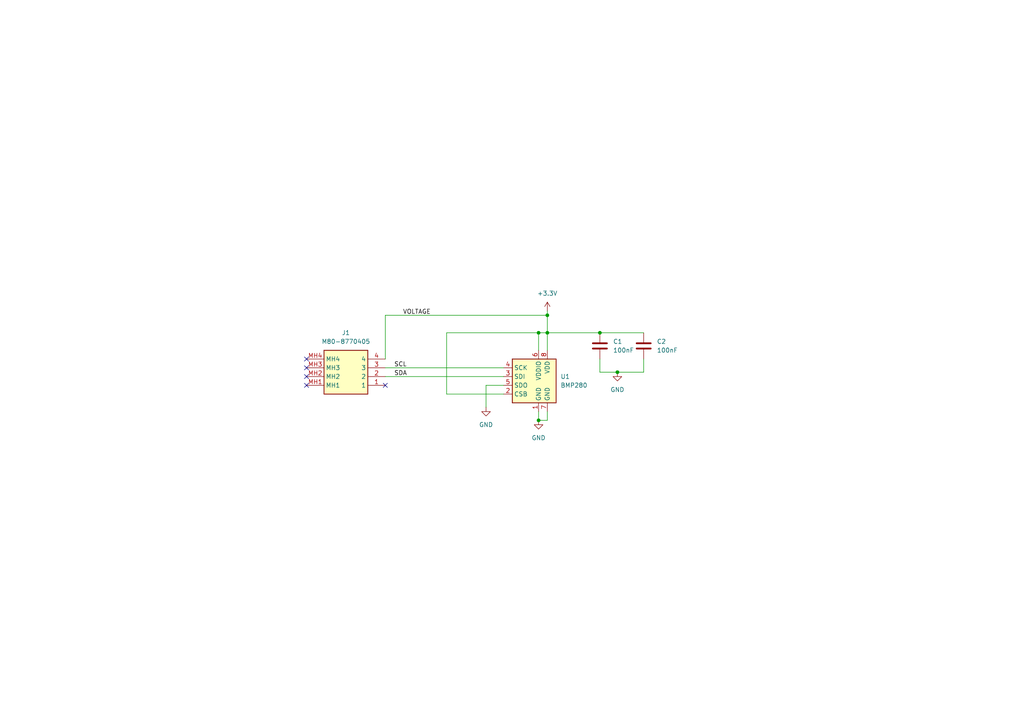
<source format=kicad_sch>
(kicad_sch (version 20230121) (generator eeschema)
  (paper "A4")
  (lib_symbols
    (symbol "Device:C" (pin_numbers hide) (pin_names (offset 0.254))
      (property "Reference" "C" (at 0.635 2.54 0))
      (property "Value" "C" (at 0.635 -2.54 0))
      (symbol "C_0_1"
        (polyline (pts (xy -2.032 -0.762) (xy 2.032 -0.762)) (stroke (width 0.508)))
        (polyline (pts (xy -2.032 0.762) (xy 2.032 0.762)) (stroke (width 0.508)))
      )
      (symbol "C_1_1"
        (pin passive line (at 0 3.81 270) (length 2.794) (name "~") (number "1"))
        (pin passive line (at 0 -3.81 90) (length 2.794) (name "~") (number "2"))
      )
    )
    (symbol "M80-8770405:M80-8770405"
      (property "Reference" "J" (at 19.05 7.62 0))
      (property "Value" "M80-8770405" (at 19.05 5.08 0))
      (symbol "M80-8770405_1_1"
        (rectangle (start 5.08 2.54) (end 17.78 -10.16) (stroke (width 0.254)) (fill (type background)))
        (pin passive line (at 0 0 0) (length 5.08) (name "1") (number "1"))
        (pin passive line (at 0 -2.54 0) (length 5.08) (name "2") (number "2"))
        (pin passive line (at 0 -5.08 0) (length 5.08) (name "3") (number "3"))
        (pin passive line (at 0 -7.62 0) (length 5.08) (name "4") (number "4"))
        (pin passive line (at 22.86 0 180) (length 5.08) (name "MH1") (number "MH1"))
        (pin passive line (at 22.86 -2.54 180) (length 5.08) (name "MH2") (number "MH2"))
        (pin passive line (at 22.86 -5.08 180) (length 5.08) (name "MH3") (number "MH3"))
        (pin passive line (at 22.86 -7.62 180) (length 5.08) (name "MH4") (number "MH4"))
      )
    )
    (symbol "Sensor_Pressure:BMP280"
      (property "Reference" "U" (at -7.62 10.16 0))
      (property "Value" "BMP280" (at 5.08 10.16 0))
      (symbol "BMP280_0_1"
        (rectangle (start -7.62 -5.08) (end 5.08 7.62) (stroke (width 0.254)) (fill (type background)))
      )
      (symbol "BMP280_1_1"
        (pin power_in line (at 0 -7.62 90) (length 2.54) (name "GND") (number "1"))
        (pin input line (at -10.16 -2.54 0) (length 2.54) (name "CSB") (number "2"))
        (pin bidirectional line (at -10.16 2.54 0) (length 2.54) (name "SDI") (number "3"))
        (pin input line (at -10.16 5.08 0) (length 2.54) (name "SCK") (number "4"))
        (pin bidirectional line (at -10.16 0 0) (length 2.54) (name "SDO") (number "5"))
        (pin power_in line (at 0 10.16 270) (length 2.54) (name "VDDIO") (number "6"))
        (pin power_in line (at 2.54 -7.62 90) (length 2.54) (name "GND") (number "7"))
        (pin power_in line (at 2.54 10.16 270) (length 2.54) (name "VDD") (number "8"))
      )
    )
    (symbol "power:+3.3V" (power) (pin_names (offset 0))
      (property "Value" "+3.3V" (at 0 3.556 0))
      (symbol "+3.3V_0_1"
        (polyline (pts (xy -0.762 1.27) (xy 0 2.54)))
        (polyline (pts (xy 0 0) (xy 0 2.54)))
        (polyline (pts (xy 0 2.54) (xy 0.762 1.27)))
      )
      (symbol "+3.3V_1_1"
        (pin power_in line (at 0 0 90) (length 0) hide (name "+3.3V") (number "1"))
      )
    )
    (symbol "power:GND" (power) (pin_names (offset 0))
      (property "Value" "GND" (at 0 -3.81 0))
      (symbol "GND_0_1"
        (polyline (pts (xy 0 0) (xy 0 -1.27) (xy 1.27 -1.27) (xy 0 -2.54) (xy -1.27 -1.27) (xy 0 -1.27)))
      )
      (symbol "GND_1_1"
        (pin power_in line (at 0 0 270) (length 0) hide (name "GND") (number "1"))
      )
    )
  )
  (junction (at 173.99 96.52))
  (junction (at 158.75 91.44))
  (junction (at 179.07 107.95))
  (junction (at 156.21 96.52))
  (junction (at 156.21 121.92))
  (junction (at 158.75 96.52))
  (no_connect (at 88.9 104.14))
  (no_connect (at 111.76 111.76))
  (no_connect (at 88.9 109.22))
  (no_connect (at 88.9 106.68))
  (no_connect (at 88.9 111.76))
  (wire (pts (xy 111.76 91.44) (xy 158.75 91.44)))
  (wire (pts (xy 173.99 104.14) (xy 173.99 107.95)))
  (wire (pts (xy 146.05 114.3) (xy 129.54 114.3)))
  (wire (pts (xy 173.99 96.52) (xy 186.69 96.52)))
  (wire (pts (xy 140.97 111.76) (xy 146.05 111.76)))
  (wire (pts (xy 158.75 96.52) (xy 158.75 101.6)))
  (wire (pts (xy 156.21 96.52) (xy 158.75 96.52)))
  (wire (pts (xy 173.99 107.95) (xy 179.07 107.95)))
  (wire (pts (xy 156.21 119.38) (xy 156.21 121.92)))
  (wire (pts (xy 111.76 109.22) (xy 146.05 109.22)))
  (wire (pts (xy 179.07 107.95) (xy 186.69 107.95)))
  (wire (pts (xy 158.75 119.38) (xy 158.75 121.92)))
  (wire (pts (xy 129.54 96.52) (xy 156.21 96.52)))
  (wire (pts (xy 158.75 121.92) (xy 156.21 121.92)))
  (wire (pts (xy 129.54 114.3) (xy 129.54 96.52)))
  (wire (pts (xy 111.76 106.68) (xy 146.05 106.68)))
  (wire (pts (xy 186.69 107.95) (xy 186.69 104.14)))
  (wire (pts (xy 158.75 96.52) (xy 173.99 96.52)))
  (wire (pts (xy 156.21 101.6) (xy 156.21 96.52)))
  (wire (pts (xy 158.75 90.17) (xy 158.75 91.44)))
  (wire (pts (xy 140.97 111.76) (xy 140.97 118.11)))
  (wire (pts (xy 158.75 91.44) (xy 158.75 96.52)))
  (wire (pts (xy 111.76 104.14) (xy 111.76 91.44)))
  (label "SCL" (at 114.3 106.68 0))
  (label "SDA" (at 114.3 109.22 0))
  (label "VOLTAGE" (at 116.84 91.44 0))
  (symbol (lib_id "Device:C") (at 186.69 100.33 0) (unit 1)
    (property "Reference" "C2" (at 190.5 99.06 0) (effects (justify left)))
    (property "Value" "100nF" (at 190.5 101.6 0) (effects (justify left)))
    (property "Footprint" "Capacitor_SMD:C_0402_1005Metric" (effects hide))
  )
  (symbol (lib_id "power:+3.3V") (at 158.75 90.17 0) (unit 1)
    (property "Reference" "#PWR03" (effects hide))
    (property "Value" "+3.3V" (at 158.75 85.09 0))
  )
  (symbol (lib_id "Device:C") (at 173.99 100.33 0) (unit 1)
    (property "Reference" "C1" (at 177.8 99.06 0) (effects (justify left)))
    (property "Value" "100nF" (at 177.8 101.6 0) (effects (justify left)))
    (property "Footprint" "Capacitor_SMD:C_0402_1005Metric" (effects hide))
  )
  (symbol (lib_id "Sensor_Pressure:BMP280") (at 156.21 111.76 0) (unit 1)
    (property "Reference" "U1" (at 162.56 109.22 0) (effects (justify left)))
    (property "Value" "BMP280" (at 162.56 111.76 0) (effects (justify left)))
    (property "Footprint" "Package_LGA:Bosch_LGA-8_2x2.5mm_P0.65mm_ClockwisePinNumbering" (effects hide))
    (property "Datasheet" "https://ae-bst.resource.bosch.com/media/_tech/media/datasheets/BST-BMP280-DS001.pdf" (effects hide))
  )
  (symbol (lib_id "power:GND") (at 156.21 121.92 0) (unit 1)
    (property "Reference" "#PWR02" (effects hide))
    (property "Value" "GND" (at 156.21 127 0))
  )
  (symbol (lib_id "power:GND") (at 179.07 107.95 0) (unit 1)
    (property "Reference" "#PWR04" (effects hide))
    (property "Value" "GND" (at 179.07 113.03 0))
  )
  (symbol (lib_id "power:GND") (at 140.97 118.11 0) (unit 1)
    (property "Reference" "#PWR01" (effects hide))
    (property "Value" "GND" (at 140.97 123.19 0))
  )
  (symbol (lib_id "M80-8770405:M80-8770405") (at 111.76 111.76 180) (unit 1)
    (property "Reference" "J1" (at 100.33 96.52 0))
    (property "Value" "M80-8770405" (at 100.33 99.06 0))
    (property "Footprint" "M808770405" (effects hide))
    (property "Datasheet" "https://cdn.harwin.com/pdfs/M80-877.pdf" (effects hide))
    (property "Height" "5.56" (effects hide))
    (property "Manufacturer_Name" "Harwin" (effects hide))
    (property "Manufacturer_Part_Number" "M80-8770405" (effects hide))
    (property "Mouser Part Number" "855-M80-8770405" (effects hide))
    (property "Mouser Price/Stock" "https://www.mouser.co.uk/ProductDetail/Harwin/M80-8770405?qs=3tymCvhQ29ZPq83M%252Bf8kIA%3D%3D" (effects hide))
  )
)
</source>
